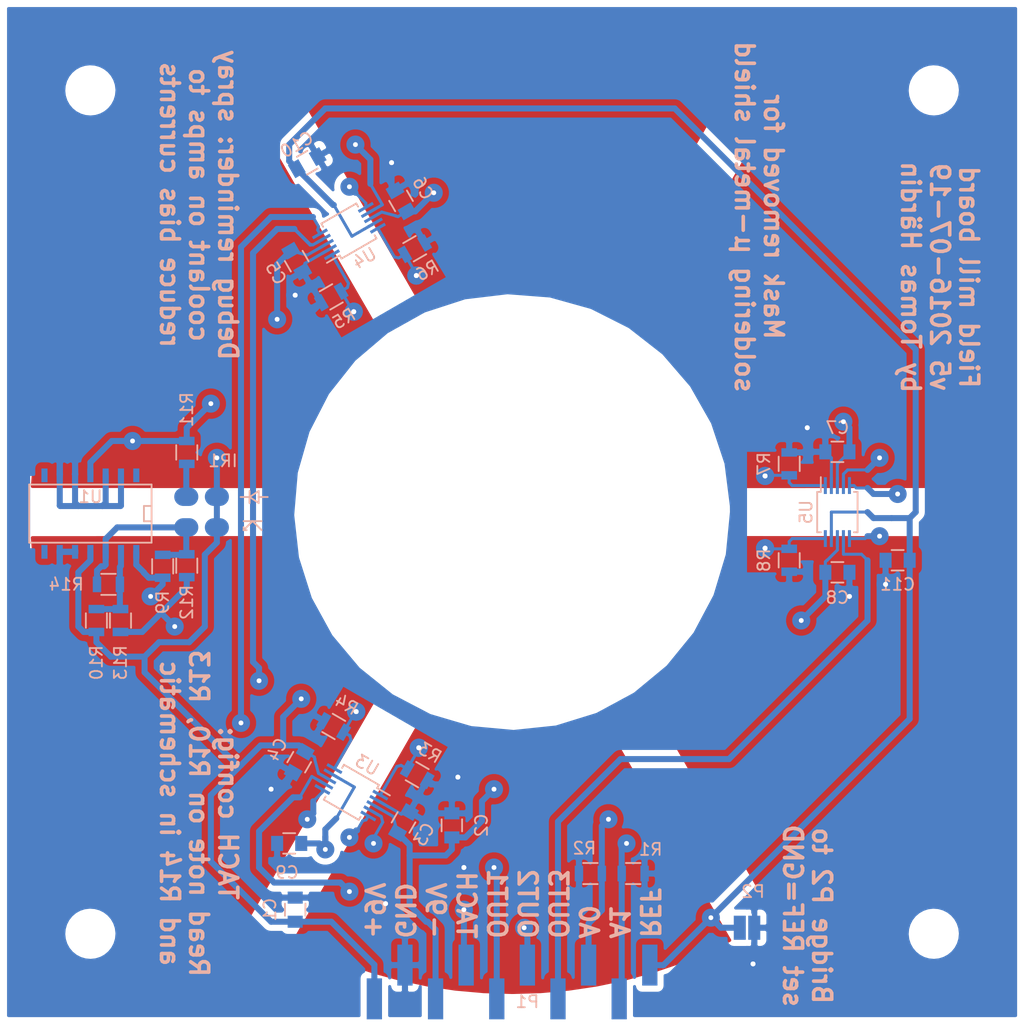
<source format=kicad_pcb>
(kicad_pcb (version 4) (host pcbnew 4.0.2-stable)
  (layers (0 F.Cu signal) (1 In1.Cu signal) (2 In2.Cu signal) (31 B.Cu signal) (34 B.Paste user) (35 F.Paste user) (36 B.SilkS user) (37 F.SilkS user) (38 B.Mask user) (39 F.Mask user) (44 Edge.Cuts user))
  (net 0 "")
  (net 1 GND)
  (net 2 +9V)
  (net 3 -9VA)
  (net 4 /channel1/OUT)
  (net 5 /channel2/OUT)
  (net 6 /channel3/OUT)
  (net 7 /channel1/A0)
  (net 8 /channel1/A1)
  (net 9 /channel1/REF)
  (net 10 /channel1/SENSORN)
  (net 11 /channel1/SENSORP)
  (net 12 /channel2/SENSORN)
  (net 13 /channel2/SENSORP)
  (net 14 /channel3/SENSORN)
  (net 15 /channel3/SENSORP)
  (net 16 "Net-(IR1-PadE)")
  (net 17 "Net-(IR1-PadK)")
  (net 18 /TACH)
  (net 19 "Net-(R10-Pad2)")
  (module SCUBE:MSOP-10_3x3mm_Pitch0.5mm_thinpads (layer B.Cu) (at 86.455771 76.674682 30)
    (fp_text reference U4 (at 0 2.6 30) (layer B.SilkS) (effects (justify mirror)))
    (fp_text value AD8253)
    (pad 1 smd rect (at -2.2 1 30) (size 1.4 0.25) (layers B.Cu B.Paste B.Mask) (net 12 /channel2/SENSORN))
    (pad 2 smd rect (at -2.2 0.5 30) (size 1.4 0.25) (layers B.Cu B.Paste B.Mask) (net 1 GND))
    (pad 3 smd rect (at -2.2 0 30) (size 1.4 0.25) (layers B.Cu B.Paste B.Mask) (net 3 -9VA))
    (pad 4 smd rect (at -2.2 -0.5 30) (size 1.4 0.25) (layers B.Cu B.Paste B.Mask) (net 7 /channel1/A0))
    (pad 5 smd rect (at -2.2 -1 30) (size 1.4 0.25) (layers B.Cu B.Paste B.Mask) (net 8 /channel1/A1))
    (pad 6 smd rect (at 2.2 -1 30) (size 1.4 0.25) (layers B.Cu B.Paste B.Mask) (net 3 -9VA))
    (pad 7 smd rect (at 2.2 -0.5 30) (size 1.4 0.25) (layers B.Cu B.Paste B.Mask) (net 5 /channel2/OUT))
    (pad 8 smd rect (at 2.2 0 30) (size 1.4 0.25) (layers B.Cu B.Paste B.Mask) (net 2 +9V))
    (pad 9 smd rect (at 2.2 0.5 30) (size 1.4 0.25) (layers B.Cu B.Paste B.Mask) (net 9 /channel1/REF))
    (pad 10 smd rect (at 2.2 1 30) (size 1.4 0.25) (layers B.Cu B.Paste B.Mask) (net 13 /channel2/SENSORP))
  )
  (module Capacitors_SMD:C_0805 (layer B.Cu) (at 82 133 270)
    (fp_text reference C1 (at 0 2.1 270) (layer B.SilkS) (effects (justify mirror)))
    (fp_text value 10u)
    (pad 1 smd rect (at -1 0 270) (size 1 1.25) (layers B.Cu B.Paste B.Mask) (net 1 GND))
    (pad 2 smd rect (at 1 0 270) (size 1 1.25) (layers B.Cu B.Paste B.Mask) (net 2 +9V))
  )
  (module Capacitors_SMD:C_0805 (layer B.Cu) (at 95 126 270)
    (fp_text reference C2 (at 0 -2.46 270) (layer B.SilkS) (effects (justify mirror)))
    (fp_text value 10u)
    (pad 1 smd rect (at -1 0 270) (size 1 1.25) (layers B.Cu B.Paste B.Mask) (net 1 GND))
    (pad 2 smd rect (at 1 0 270) (size 1 1.25) (layers B.Cu B.Paste B.Mask) (net 3 -9VA))
  )
  (module Capacitors_SMD:C_0805 (layer B.Cu) (at 90.990381 125.75833 240)
    (fp_text reference C3 (at 0 -2 240) (layer B.SilkS) (effects (justify mirror)))
    (fp_text value 100n)
    (pad 1 smd rect (at -1 0 240) (size 1 1.25) (layers B.Cu B.Paste B.Mask) (net 1 GND))
    (pad 2 smd rect (at 1 0 240) (size 1 1.25) (layers B.Cu B.Paste B.Mask) (net 3 -9VA))
  )
  (module Capacitors_SMD:C_0805 (layer B.Cu) (at 82.330127 120.75833 240)
    (fp_text reference C4 (at 0 2.1 240) (layer B.SilkS) (effects (justify mirror)))
    (fp_text value 100n)
    (pad 1 smd rect (at -1 0 240) (size 1 1.25) (layers B.Cu B.Paste B.Mask) (net 2 +9V))
    (pad 2 smd rect (at 1 0 240) (size 1 1.25) (layers B.Cu B.Paste B.Mask) (net 1 GND))
  )
  (module Capacitors_SMD:C_0805 (layer B.Cu) (at 82.125644 79.174682 120)
    (fp_text reference C5 (at 0 -2 120) (layer B.SilkS) (effects (justify mirror)))
    (fp_text value 100n)
    (pad 1 smd rect (at -1 0 120) (size 1 1.25) (layers B.Cu B.Paste B.Mask) (net 1 GND))
    (pad 2 smd rect (at 1 0 120) (size 1 1.25) (layers B.Cu B.Paste B.Mask) (net 3 -9VA))
  )
  (module Capacitors_SMD:C_0805 (layer B.Cu) (at 90.785898 74.174682 120)
    (fp_text reference C6 (at 0 2.1 120) (layer B.SilkS) (effects (justify mirror)))
    (fp_text value 100n)
    (pad 1 smd rect (at -1 0 120) (size 1 1.25) (layers B.Cu B.Paste B.Mask) (net 2 +9V))
    (pad 2 smd rect (at 1 0 120) (size 1 1.25) (layers B.Cu B.Paste B.Mask) (net 1 GND))
  )
  (module Capacitors_SMD:C_0805 (layer B.Cu) (at 127 95)
    (fp_text reference C7 (at 0 -2) (layer B.SilkS) (effects (justify mirror)))
    (fp_text value 100n)
    (pad 1 smd rect (at -1 0) (size 1 1.25) (layers B.Cu B.Paste B.Mask) (net 1 GND))
    (pad 2 smd rect (at 1 0) (size 1 1.25) (layers B.Cu B.Paste B.Mask) (net 3 -9VA))
  )
  (module Capacitors_SMD:C_0805 (layer B.Cu) (at 127 105)
    (fp_text reference C8 (at 0 2.1) (layer B.SilkS) (effects (justify mirror)))
    (fp_text value 100n)
    (pad 1 smd rect (at -1 0) (size 1 1.25) (layers B.Cu B.Paste B.Mask) (net 2 +9V))
    (pad 2 smd rect (at 1 0) (size 1 1.25) (layers B.Cu B.Paste B.Mask) (net 1 GND))
  )
  (module Resistors_SMD:R_0805 (layer B.Cu) (at 110.05 130)
    (fp_text reference R1 (at 1.45 -2) (layer B.SilkS) (effects (justify mirror)))
    (fp_text value 10k)
    (pad 1 smd rect (at -0.95 0) (size 0.7 1.3) (layers B.Cu B.Paste B.Mask) (net 8 /channel1/A1))
    (pad 2 smd rect (at 0.95 0) (size 0.7 1.3) (layers B.Cu B.Paste B.Mask) (net 1 GND))
  )
  (module Resistors_SMD:R_0805 (layer B.Cu) (at 106.5 130 180)
    (fp_text reference R2 (at 0.5 2.1 180) (layer B.SilkS) (effects (justify mirror)))
    (fp_text value 10k)
    (pad 1 smd rect (at -0.95 0 180) (size 0.7 1.3) (layers B.Cu B.Paste B.Mask) (net 7 /channel1/A0))
    (pad 2 smd rect (at 0.95 0 180) (size 0.7 1.3) (layers B.Cu B.Paste B.Mask) (net 1 GND))
  )
  (module Resistors_SMD:R_0805 (layer B.Cu) (at 92.124356 121.794229 150)
    (fp_text reference R3 (at 0 2.1 150) (layer B.SilkS) (effects (justify mirror)))
    (fp_text value 10M)
    (pad 1 smd rect (at -0.95 0 150) (size 0.7 1.3) (layers B.Cu B.Paste B.Mask) (net 1 GND))
    (pad 2 smd rect (at 0.95 0 150) (size 0.7 1.3) (layers B.Cu B.Paste B.Mask) (net 10 /channel1/SENSORN))
  )
  (module Resistors_SMD:R_0805 (layer B.Cu) (at 85.196152 117.794228 150)
    (fp_text reference R4 (at 0 2.1 150) (layer B.SilkS) (effects (justify mirror)))
    (fp_text value 10M)
    (pad 1 smd rect (at -0.95 0 150) (size 0.7 1.3) (layers B.Cu B.Paste B.Mask) (net 11 /channel1/SENSORP))
    (pad 2 smd rect (at 0.95 0 150) (size 0.7 1.3) (layers B.Cu B.Paste B.Mask) (net 1 GND))
  )
  (module Resistors_SMD:R_0805 (layer B.Cu) (at 84.99167 82.138784 30)
    (fp_text reference R5 (at 0 2.1 30) (layer B.SilkS) (effects (justify mirror)))
    (fp_text value 10M)
    (pad 1 smd rect (at -0.95 0 30) (size 0.7 1.3) (layers B.Cu B.Paste B.Mask) (net 1 GND))
    (pad 2 smd rect (at 0.95 0 30) (size 0.7 1.3) (layers B.Cu B.Paste B.Mask) (net 12 /channel2/SENSORN))
  )
  (module Resistors_SMD:R_0805 (layer B.Cu) (at 91.919873 78.138784 30)
    (fp_text reference R6 (at 0 2.1 30) (layer B.SilkS) (effects (justify mirror)))
    (fp_text value 10M)
    (pad 1 smd rect (at -0.95 0 30) (size 0.7 1.3) (layers B.Cu B.Paste B.Mask) (net 13 /channel2/SENSORP))
    (pad 2 smd rect (at 0.95 0 30) (size 0.7 1.3) (layers B.Cu B.Paste B.Mask) (net 1 GND))
  )
  (module Resistors_SMD:R_0805 (layer B.Cu) (at 123 96 270)
    (fp_text reference R7 (at 0 2.1 270) (layer B.SilkS) (effects (justify mirror)))
    (fp_text value 10M)
    (pad 1 smd rect (at -0.95 0 270) (size 0.7 1.3) (layers B.Cu B.Paste B.Mask) (net 1 GND))
    (pad 2 smd rect (at 0.95 0 270) (size 0.7 1.3) (layers B.Cu B.Paste B.Mask) (net 14 /channel3/SENSORN))
  )
  (module Resistors_SMD:R_0805 (layer B.Cu) (at 123 104 270)
    (fp_text reference R8 (at 0 2.1 270) (layer B.SilkS) (effects (justify mirror)))
    (fp_text value 10M)
    (pad 1 smd rect (at -0.95 0 270) (size 0.7 1.3) (layers B.Cu B.Paste B.Mask) (net 15 /channel3/SENSORP))
    (pad 2 smd rect (at 0.95 0 270) (size 0.7 1.3) (layers B.Cu B.Paste B.Mask) (net 1 GND))
  )
  (module Resistors_SMD:R_0805 (layer B.Cu) (at 71 104.5 270)
    (fp_text reference R9 (at 3 0 270) (layer B.SilkS) (effects (justify mirror)))
    (fp_text value 1M)
    (pad 1 smd rect (at -0.95 0 270) (size 0.7 1.3) (layers B.Cu B.Paste B.Mask) (net 16 "Net-(IR1-PadE)"))
    (pad 2 smd rect (at 0.95 0 270) (size 0.7 1.3) (layers B.Cu B.Paste B.Mask) (net 18 /TACH))
  )
  (module Resistors_SMD:R_0805 (layer B.Cu) (at 65.5 109 90)
    (fp_text reference R10 (at -3.5 0 90) (layer B.SilkS) (effects (justify mirror)))
    (fp_text value 100k)
    (pad 1 smd rect (at -0.95 0 90) (size 0.7 1.3) (layers B.Cu B.Paste B.Mask) (net 2 +9V))
    (pad 2 smd rect (at 0.95 0 90) (size 0.7 1.3) (layers B.Cu B.Paste B.Mask) (net 19 "Net-(R10-Pad2)"))
  )
  (module Resistors_SMD:R_0805 (layer B.Cu) (at 73 95.05 90)
    (fp_text reference R11 (at 3.55 0 90) (layer B.SilkS) (effects (justify mirror)))
    (fp_text value 10k)
    (pad 1 smd rect (at -0.95 0 90) (size 0.7 1.3) (layers B.Cu B.Paste B.Mask) (net 17 "Net-(IR1-PadK)"))
    (pad 2 smd rect (at 0.95 0 90) (size 0.7 1.3) (layers B.Cu B.Paste B.Mask) (net 3 -9VA))
  )
  (module Resistors_SMD:R_0805 (layer B.Cu) (at 73 104.45 270)
    (fp_text reference R12 (at 3.05 0 270) (layer B.SilkS) (effects (justify mirror)))
    (fp_text value 100k)
    (pad 1 smd rect (at -0.95 0 270) (size 0.7 1.3) (layers B.Cu B.Paste B.Mask) (net 16 "Net-(IR1-PadE)"))
    (pad 2 smd rect (at 0.95 0 270) (size 0.7 1.3) (layers B.Cu B.Paste B.Mask) (net 3 -9VA))
  )
  (module Resistors_SMD:R_0805 (layer B.Cu) (at 67.5 109 270)
    (fp_text reference R13 (at 3.5 0 270) (layer B.SilkS) (effects (justify mirror)))
    (fp_text value 100k)
    (pad 1 smd rect (at -0.95 0 270) (size 0.7 1.3) (layers B.Cu B.Paste B.Mask) (net 19 "Net-(R10-Pad2)"))
    (pad 2 smd rect (at 0.95 0 270) (size 0.7 1.3) (layers B.Cu B.Paste B.Mask) (net 3 -9VA))
  )
  (module SCUBE:SMD_pinheader_1x10 (layer B.Cu) (at 100 139)
    (fp_text reference P1 (at 1.27 1.64) (layer B.SilkS) (effects (justify mirror)))
    (fp_text value CONN_01X10)
    (pad 1 smd rect (at -11.43 1.4) (size 1.27 3.4) (layers B.Cu B.Paste B.Mask) (net 2 +9V))
    (pad 2 smd rect (at -8.89 -1.4) (size 1.27 3.4) (layers B.Cu B.Paste B.Mask) (net 1 GND))
    (pad 3 smd rect (at -6.35 1.4) (size 1.27 3.4) (layers B.Cu B.Paste B.Mask) (net 3 -9VA))
    (pad 5 smd rect (at -1.27 1.4) (size 1.27 3.4) (layers B.Cu B.Paste B.Mask) (net 4 /channel1/OUT))
    (pad 7 smd rect (at 3.81 1.4) (size 1.27 3.4) (layers B.Cu B.Paste B.Mask) (net 6 /channel3/OUT))
    (pad 9 smd rect (at 8.89 1.4) (size 1.27 3.4) (layers B.Cu B.Paste B.Mask) (net 8 /channel1/A1))
    (pad 4 smd rect (at -3.81 -1.4) (size 1.27 3.4) (layers B.Cu B.Paste B.Mask) (net 18 /TACH))
    (pad 6 smd rect (at 1.27 -1.4) (size 1.27 3.4) (layers B.Cu B.Paste B.Mask) (net 5 /channel2/OUT))
    (pad 8 smd rect (at 6.35 -1.4) (size 1.27 3.4) (layers B.Cu B.Paste B.Mask) (net 7 /channel1/A0))
    (pad 10 smd rect (at 11.43 -1.4) (size 1.27 3.4) (layers B.Cu B.Paste B.Mask) (net 9 /channel1/REF))
  )
  (module SCUBE:solder_bridge (layer B.Cu) (at 119.5 134.5 180)
    (fp_text reference P2 (at -0.5 3 360) (layer B.SilkS) (effects (justify mirror)))
    (fp_text value CONN_01X02)
    (pad 1 smd rect (at -0.6 0 180) (size 1 2) (layers B.Cu B.Paste B.Mask) (net 1 GND))
    (pad 2 smd rect (at 0.6 0 180) (size 1 2) (layers B.Cu B.Paste B.Mask) (net 9 /channel1/REF))
  )
  (module SMD_Packages:SOIC-14_N (layer B.Cu) (at 65 100 180)
    (fp_text reference U1 (at 0 1.27 180) (layer B.SilkS) (effects (justify mirror)))
    (fp_text value LM324)
    (pad 1 smd rect (at -3.81 -3.302 180) (size 0.508 1.143) (layers B.Cu B.Paste B.Mask) (net 18 /TACH))
    (pad 2 smd rect (at -2.54 -3.302 180) (size 0.508 1.143) (layers B.Cu B.Paste B.Mask) (net 19 "Net-(R10-Pad2)"))
    (pad 3 smd rect (at -1.27 -3.302 180) (size 0.508 1.143) (layers B.Cu B.Paste B.Mask) (net 16 "Net-(IR1-PadE)"))
    (pad 4 smd rect (at 0 -3.302 180) (size 0.508 1.143) (layers B.Cu B.Paste B.Mask) (net 2 +9V))
    (pad 5 smd rect (at 1.27 -3.302 180) (size 0.508 1.143) (layers B.Cu B.Paste B.Mask) (net 1 GND))
    (pad 6 smd rect (at 2.54 -3.302 180) (size 0.508 1.143) (layers B.Cu B.Paste B.Mask) (net 1 GND))
    (pad 7 smd rect (at 3.81 -3.302 180) (size 0.508 1.143) (layers B.Cu B.Paste B.Mask))
    (pad 8 smd rect (at 3.81 3.048 180) (size 0.508 1.143) (layers B.Cu B.Paste B.Mask))
    (pad 9 smd rect (at 2.54 3.048 180) (size 0.508 1.143) (layers B.Cu B.Paste B.Mask) (net 1 GND))
    (pad 11 smd rect (at 0 3.048 180) (size 0.508 1.143) (layers B.Cu B.Paste B.Mask) (net 3 -9VA))
    (pad 12 smd rect (at -1.27 3.048 180) (size 0.508 1.143) (layers B.Cu B.Paste B.Mask) (net 1 GND))
    (pad 13 smd rect (at -2.54 3.048 180) (size 0.508 1.143) (layers B.Cu B.Paste B.Mask) (net 1 GND))
    (pad 14 smd rect (at -3.81 3.048 180) (size 0.508 1.143) (layers B.Cu B.Paste B.Mask))
    (pad 10 smd rect (at 1.27 3.048 180) (size 0.508 1.143) (layers B.Cu B.Paste B.Mask) (net 1 GND))
  )
  (module SCUBE:MSOP-10_3x3mm_Pitch0.5mm_thinpads (layer B.Cu) (at 86.660254 123.25833 150)
    (fp_text reference U3 (at 0 2.6 150) (layer B.SilkS) (effects (justify mirror)))
    (fp_text value AD8253)
    (pad 1 smd rect (at -2.2 1 150) (size 1.4 0.25) (layers B.Cu B.Paste B.Mask) (net 10 /channel1/SENSORN))
    (pad 2 smd rect (at -2.2 0.5 150) (size 1.4 0.25) (layers B.Cu B.Paste B.Mask) (net 1 GND))
    (pad 3 smd rect (at -2.2 0 150) (size 1.4 0.25) (layers B.Cu B.Paste B.Mask) (net 3 -9VA))
    (pad 4 smd rect (at -2.2 -0.5 150) (size 1.4 0.25) (layers B.Cu B.Paste B.Mask) (net 7 /channel1/A0))
    (pad 5 smd rect (at -2.2 -1 150) (size 1.4 0.25) (layers B.Cu B.Paste B.Mask) (net 8 /channel1/A1))
    (pad 6 smd rect (at 2.2 -1 150) (size 1.4 0.25) (layers B.Cu B.Paste B.Mask) (net 3 -9VA))
    (pad 7 smd rect (at 2.2 -0.5 150) (size 1.4 0.25) (layers B.Cu B.Paste B.Mask) (net 4 /channel1/OUT))
    (pad 8 smd rect (at 2.2 0 150) (size 1.4 0.25) (layers B.Cu B.Paste B.Mask) (net 2 +9V))
    (pad 9 smd rect (at 2.2 0.5 150) (size 1.4 0.25) (layers B.Cu B.Paste B.Mask) (net 9 /channel1/REF))
    (pad 10 smd rect (at 2.2 1 150) (size 1.4 0.25) (layers B.Cu B.Paste B.Mask) (net 11 /channel1/SENSORP))
  )
  (module SCUBE:MSOP-10_3x3mm_Pitch0.5mm_thinpads (layer B.Cu) (at 127 100 270)
    (fp_text reference U5 (at 0 2.6 270) (layer B.SilkS) (effects (justify mirror)))
    (fp_text value AD8253)
    (pad 1 smd rect (at -2.2 1 270) (size 1.4 0.25) (layers B.Cu B.Paste B.Mask) (net 14 /channel3/SENSORN))
    (pad 2 smd rect (at -2.2 0.5 270) (size 1.4 0.25) (layers B.Cu B.Paste B.Mask) (net 1 GND))
    (pad 3 smd rect (at -2.2 0 270) (size 1.4 0.25) (layers B.Cu B.Paste B.Mask) (net 3 -9VA))
    (pad 4 smd rect (at -2.2 -0.5 270) (size 1.4 0.25) (layers B.Cu B.Paste B.Mask) (net 7 /channel1/A0))
    (pad 5 smd rect (at -2.2 -1 270) (size 1.4 0.25) (layers B.Cu B.Paste B.Mask) (net 8 /channel1/A1))
    (pad 6 smd rect (at 2.2 -1 270) (size 1.4 0.25) (layers B.Cu B.Paste B.Mask) (net 3 -9VA))
    (pad 7 smd rect (at 2.2 -0.5 270) (size 1.4 0.25) (layers B.Cu B.Paste B.Mask) (net 6 /channel3/OUT))
    (pad 8 smd rect (at 2.2 0 270) (size 1.4 0.25) (layers B.Cu B.Paste B.Mask) (net 2 +9V))
    (pad 9 smd rect (at 2.2 0.5 270) (size 1.4 0.25) (layers B.Cu B.Paste B.Mask) (net 9 /channel1/REF))
    (pad 10 smd rect (at 2.2 1 270) (size 1.4 0.25) (layers B.Cu B.Paste B.Mask) (net 15 /channel3/SENSORP))
  )
  (module Capacitors_SMD:C_0805 (layer B.Cu) (at 81.5 127.5 180)
    (fp_text reference C9 (at 0.183012 -2.415063 180) (layer B.SilkS) (effects (justify mirror)))
    (fp_text value 100n)
    (pad 1 smd rect (at -1 0 180) (size 1 1.25) (layers B.Cu B.Paste B.Mask) (net 9 /channel1/REF))
    (pad 2 smd rect (at 1 0 180) (size 1 1.25) (layers B.Cu B.Paste B.Mask) (net 1 GND))
  )
  (module Capacitors_SMD:C_0805 (layer B.Cu) (at 83 71 30)
    (fp_text reference C10 (at 0 -1.732051 30) (layer B.SilkS) (effects (justify mirror)))
    (fp_text value 100n)
    (pad 1 smd rect (at -1 0 30) (size 1 1.25) (layers B.Cu B.Paste B.Mask) (net 9 /channel1/REF))
    (pad 2 smd rect (at 1 0 30) (size 1 1.25) (layers B.Cu B.Paste B.Mask) (net 1 GND))
  )
  (module Capacitors_SMD:C_0805 (layer B.Cu) (at 132 104 180)
    (fp_text reference C11 (at 0 -2 180) (layer B.SilkS) (effects (justify mirror)))
    (fp_text value 100n)
    (pad 1 smd rect (at -1 0 180) (size 1 1.25) (layers B.Cu B.Paste B.Mask) (net 9 /channel1/REF))
    (pad 2 smd rect (at 1 0 180) (size 1 1.25) (layers B.Cu B.Paste B.Mask) (net 1 GND))
  )
  (module SCUBE:ITR20001-smd (layer B.Cu) (at 76 100 180)
    (fp_text reference IR1 (at 0 4.25 180) (layer B.SilkS) (effects (justify mirror)))
    (fp_text value ITR20001)
    (pad A smd oval (at 0.5 1.27 180) (size 2 1.524) (layers B.Cu B.Paste B.Mask) (net 2 +9V))
    (pad C smd oval (at 0.5 -1.27 180) (size 2 1.524) (layers B.Cu B.Paste B.Mask) (net 2 +9V))
    (pad E smd oval (at 3.04 -1.27 180) (size 2 1.524) (layers B.Cu B.Paste B.Mask) (net 16 "Net-(IR1-PadE)"))
    (pad K smd oval (at 3.04 1.27 180) (size 2 1.524) (layers B.Cu B.Paste B.Mask) (net 17 "Net-(IR1-PadK)"))
  )
  (module Resistors_SMD:R_0805 (layer B.Cu) (at 66.5 106)
    (fp_text reference R14 (at -3.5 0) (layer B.SilkS) (effects (justify mirror)))
    (fp_text value 1M)
    (pad 1 smd rect (at -0.95 0) (size 0.7 1.3) (layers B.Cu B.Paste B.Mask) (net 16 "Net-(IR1-PadE)"))
    (pad 2 smd rect (at 0.95 0) (size 0.7 1.3) (layers B.Cu B.Paste B.Mask) (net 19 "Net-(R10-Pad2)"))
  )
  (gr_text "Debug reminder: spray\ncoolant on amps to\nreduce bias currents" (at 74 74.5 270) (layer B.SilkS) (effects (font (size 1.5 1.5) (thickness 0.3)) (justify mirror)))
  (gr_text "TACH config:\nRead note on R10, R13\nand R14 in schematic" (at 74 125 270) (layer B.SilkS) (effects (font (size 1.5 1.5) (thickness 0.3)) (justify mirror)))
  (gr_text "Mask removed for\nsoldering µ-metal shield" (at 120.5 75.5 270) (layer B.SilkS) (effects (font (size 1.5 1.5) (thickness 0.3)) (justify mirror)))
  (gr_text "Bridge P2 to\nset REF=GND" (at 124.5 133.5 270) (layer B.SilkS) (effects (font (size 1.5 1.5) (thickness 0.3)) (justify mirror)))
  (gr_text +9V (at 88.57 135.56 270) (layer B.SilkS) (effects (font (size 1.5 1.5) (thickness 0.3)) (justify left mirror)))
  (gr_text GND (at 91.11 135.56 270) (layer B.SilkS) (effects (font (size 1.5 1.5) (thickness 0.3)) (justify left mirror)))
  (gr_text -9V (at 93.65 135.56 270) (layer B.SilkS) (effects (font (size 1.5 1.5) (thickness 0.3)) (justify left mirror)))
  (gr_text TACH (at 96.19 135.56 270) (layer B.SilkS) (effects (font (size 1.5 1.5) (thickness 0.3)) (justify left mirror)))
  (gr_text OUT1 (at 98.73 135.56 270) (layer B.SilkS) (effects (font (size 1.5 1.5) (thickness 0.3)) (justify left mirror)))
  (gr_text OUT2 (at 101.27 135.56 270) (layer B.SilkS) (effects (font (size 1.5 1.5) (thickness 0.3)) (justify left mirror)))
  (gr_text OUT3 (at 103.81 135.56 270) (layer B.SilkS) (effects (font (size 1.5 1.5) (thickness 0.3)) (justify left mirror)))
  (gr_text A0 (at 106.35 135.56 270) (layer B.SilkS) (effects (font (size 1.5 1.5) (thickness 0.3)) (justify left mirror)))
  (gr_text A1 (at 108.89 135.56 270) (layer B.SilkS) (effects (font (size 1.5 1.5) (thickness 0.3)) (justify left mirror)))
  (gr_text REF (at 111.43 135.5 270) (layer B.SilkS) (effects (font (size 1.5 1.5) (thickness 0.3)) (justify left mirror)))
  (gr_text "Field mill board\nv5 2016-07-19\nby Tomas Härdin" (at 135.5 80.5 270) (layer B.SilkS) (effects (font (size 1.5 1.5) (thickness 0.3)) (justify mirror)))
  (gr_circle (center 65 65) (end 66.5 65) (layer Edge.Cuts) (width 0.001))
  (gr_circle (center 65 135) (end 66.5 135) (layer Edge.Cuts) (width 0.001))
  (gr_circle (center 135 135) (end 136.5 135) (layer Edge.Cuts) (width 0.001))
  (gr_circle (center 135 65) (end 136.5 65) (layer Edge.Cuts) (width 0.001))
  (gr_circle (center 100 100) (end 117.5 100) (layer Edge.Cuts) (width 0.001))
  (gr_line (start 57.5 142.5) (end 57.5 57.5) (layer Edge.Cuts) (width 0.001))
  (gr_line (start 142.5 142.5) (end 57.5 142.5) (layer Edge.Cuts) (width 0.001))
  (gr_line (start 142.5 57.5) (end 142.5 142.5) (layer Edge.Cuts) (width 0.001))
  (gr_line (start 57.5 57.5) (end 142.5 57.5) (layer Edge.Cuts) (width 0.001))
  (via blind (at 120 137.5) (size 1.5) (drill 0.4) (layers In1.Cu B.Cu) (net 1))
  (segment (start 120.1 134.5) (end 120.1 137.4) (width 0.5) (layer B.Cu) (net 1))
  (segment (start 120.1 137.4) (end 120 137.5) (width 0.5) (layer B.Cu) (net 1))
  (via blind (at 120 137.5) (size 1.5) (drill 0.4) (layers In2.Cu B.Cu) (net 1))
  (via blind (at 131 106.000002) (size 1.5) (drill 0.4) (layers In2.Cu B.Cu) (net 1))
  (via blind (at 131 106) (size 1.5) (drill 0.4) (layers In1.Cu B.Cu) (net 1))
  (via blind (at 82 82) (size 1.5) (drill 0.4) (layers In1.Cu B.Cu) (net 1))
  (via blind (at 90 71) (size 1.5) (drill 0.4) (layers In1.Cu B.Cu) (net 1))
  (via blind (at 124.5 93) (size 1.5) (drill 0.4) (layers In1.Cu B.Cu) (net 1))
  (via blind (at 128 107) (size 1.5) (drill 0.4) (layers In1.Cu B.Cu) (net 1))
  (via blind (at 96 129.5) (size 1.5) (drill 0.4) (layers In1.Cu B.Cu) (net 1))
  (via blind (at 89.5 132.5) (size 1.5) (drill 0.4) (layers In1.Cu B.Cu) (net 1))
  (via blind (at 80 123) (size 1.5) (drill 0.4) (layers In1.Cu B.Cu) (net 1))
  (via blind (at 95.5 122) (size 1.5) (drill 0.4) (layers In1.Cu B.Cu) (net 1))
  (via blind (at 96 129.5) (size 1.5) (drill 0.4) (layers In2.Cu B.Cu) (net 1))
  (segment (start 91.11 137.6) (end 91.11 134.11) (width 0.5) (layer B.Cu) (net 1))
  (segment (start 91.11 134.11) (end 89.5 132.5) (width 0.5) (layer B.Cu) (net 1))
  (via blind (at 89.5 132.5) (size 1.5) (drill 0.4) (layers In2.Cu B.Cu) (net 1))
  (segment (start 80.5 123) (end 80 123) (width 0.5) (layer B.Cu) (net 1))
  (via blind (at 80 123) (size 1.5) (drill 0.4) (layers In2.Cu B.Cu) (net 1))
  (segment (start 81.393392 122.106608) (end 80.5 123) (width 0.5) (layer B.Cu) (net 1))
  (segment (start 81.830127 121.624355) (end 81.393392 122.06109) (width 0.5) (layer B.Cu) (net 1))
  (segment (start 81.393392 122.06109) (end 81.393392 122.106608) (width 0.5) (layer B.Cu) (net 1))
  (via blind (at 95.5 122) (size 1.5) (drill 0.4) (layers In2.Cu B.Cu) (net 1))
  (segment (start 94.903844 122.596156) (end 95.5 122) (width 0.5) (layer B.Cu) (net 1))
  (segment (start 92.94708 122.269229) (end 93.274007 122.596156) (width 0.5) (layer B.Cu) (net 1))
  (segment (start 93.274007 122.596156) (end 94.903844 122.596156) (width 0.5) (layer B.Cu) (net 1))
  (via blind (at 82 82) (size 1.5) (drill 0.4) (layers In2.Cu B.Cu) (net 1))
  (segment (start 82.78273 84) (end 82.78273 82.78273) (width 0.5) (layer B.Cu) (net 1))
  (segment (start 82.78273 82.78273) (end 82 82) (width 0.5) (layer B.Cu) (net 1))
  (segment (start 84.168946 82.613784) (end 82.78273 84) (width 0.5) (layer B.Cu) (net 1))
  (segment (start 90.285898 73.308657) (end 90 73.022759) (width 0.5) (layer B.Cu) (net 1))
  (segment (start 90 73.022759) (end 90 71) (width 0.5) (layer B.Cu) (net 1))
  (via blind (at 90 71) (size 1.5) (drill 0.4) (layers In2.Cu B.Cu) (net 1))
  (segment (start 126 95) (end 126 93.5) (width 0.5) (layer B.Cu) (net 1))
  (segment (start 126 93.5) (end 125.5 93) (width 0.5) (layer B.Cu) (net 1))
  (segment (start 125.5 93) (end 124.5 93) (width 0.5) (layer B.Cu) (net 1))
  (via blind (at 124.5 93) (size 1.5) (drill 0.4) (layers In2.Cu B.Cu) (net 1))
  (segment (start 63.73 96.952) (end 63.73 94.23) (width 0.5) (layer B.Cu) (net 1))
  (segment (start 62.5 95.8405) (end 62.5 95) (width 0.5) (layer B.Cu) (net 1))
  (segment (start 62.46 96.952) (end 62.46 95.8805) (width 0.5) (layer B.Cu) (net 1))
  (segment (start 62.46 95.8805) (end 62.5 95.8405) (width 0.5) (layer B.Cu) (net 1))
  (segment (start 63.73 103.302) (end 62.46 103.302) (width 0.5) (layer B.Cu) (net 1))
  (segment (start 62.46 103.302) (end 62.46 105.96) (width 0.5) (layer B.Cu) (net 1))
  (segment (start 128 105) (end 128 107) (width 0.5) (layer B.Cu) (net 1))
  (via blind (at 128 107) (size 1.5) (drill 0.4) (layers In2.Cu B.Cu) (net 1))
  (segment (start 64 99.5) (end 62.5 99.5) (width 0.5) (layer B.Cu) (net 1))
  (segment (start 62.5 99.5) (end 62.46 99.46) (width 0.5) (layer B.Cu) (net 1))
  (segment (start 62.46 99.46) (end 62.46 96.952) (width 0.5) (layer B.Cu) (net 1))
  (segment (start 66 99.5) (end 64 99.5) (width 0.5) (layer B.Cu) (net 1))
  (segment (start 63.73 96.952) (end 63.73 99.23) (width 0.5) (layer B.Cu) (net 1))
  (segment (start 63.73 99.23) (end 64 99.5) (width 0.5) (layer B.Cu) (net 1))
  (segment (start 67.54 96.952) (end 67.54 99.46) (width 0.5) (layer B.Cu) (net 1))
  (segment (start 67.54 99.46) (end 67.5 99.5) (width 0.5) (layer B.Cu) (net 1))
  (segment (start 67.5 99.5) (end 66 99.5) (width 0.5) (layer B.Cu) (net 1))
  (segment (start 66.27 96.952) (end 66.27 99.23) (width 0.5) (layer B.Cu) (net 1))
  (segment (start 66.27 99.23) (end 66 99.5) (width 0.5) (layer B.Cu) (net 1))
  (segment (start 67.54 96.952) (end 67.54 97.2695) (width 0.5) (layer B.Cu) (net 1))
  (segment (start 88.81551 123.925318) (end 90.807367 125.075317) (width 0.25) (layer B.Cu) (net 1))
  (segment (start 90.807367 125.075317) (end 91.490381 124.892305) (width 0.25) (layer B.Cu) (net 1))
  (segment (start 84.800515 78.207695) (end 82.808657 79.357695) (width 0.25) (layer B.Cu) (net 1))
  (segment (start 82.808657 79.357695) (end 82.625644 80.040708) (width 0.25) (layer B.Cu) (net 1))
  (segment (start 126.5 97.8) (end 126.5 95.5) (width 0.25) (layer B.Cu) (net 1))
  (segment (start 126.5 95.5) (end 126 95) (width 0.25) (layer B.Cu) (net 1))
  (segment (start 88.57 140.4) (end 88.57 137.57) (width 0.5) (layer B.Cu) (net 2))
  (segment (start 88.57 137.57) (end 85 134) (width 0.5) (layer B.Cu) (net 2))
  (segment (start 85 134) (end 82 134) (width 0.5) (layer B.Cu) (net 2))
  (segment (start 65.5 109.95) (end 65.5 110.8) (width 0.5) (layer B.Cu) (net 2))
  (segment (start 66.7 112) (end 69.5 112) (width 0.5) (layer B.Cu) (net 2))
  (segment (start 65.5 110.8) (end 66.7 112) (width 0.5) (layer B.Cu) (net 2))
  (segment (start 65 103.302) (end 65 104) (width 0.5) (layer B.Cu) (net 2))
  (segment (start 65 104) (end 64 105) (width 0.5) (layer B.Cu) (net 2))
  (segment (start 64 105) (end 64 109.5) (width 0.5) (layer B.Cu) (net 2))
  (segment (start 64 109.5) (end 64.45 109.95) (width 0.5) (layer B.Cu) (net 2))
  (segment (start 64.45 109.95) (end 65.5 109.95) (width 0.5) (layer B.Cu) (net 2))
  (segment (start 75.5 101.27) (end 75.5 102.532) (width 0.5) (layer B.Cu) (net 2))
  (segment (start 75.5 102.532) (end 74.5 103.532) (width 0.5) (layer B.Cu) (net 2))
  (segment (start 77.2 121) (end 77.5 121) (width 0.5) (layer B.Cu) (net 2))
  (segment (start 74.5 103.532) (end 74.5 109.5) (width 0.5) (layer B.Cu) (net 2))
  (segment (start 74.5 109.5) (end 73.2 110.8) (width 0.5) (layer B.Cu) (net 2))
  (segment (start 73.2 110.8) (end 70.7 110.8) (width 0.5) (layer B.Cu) (net 2))
  (segment (start 70.7 110.8) (end 69.5 112) (width 0.5) (layer B.Cu) (net 2))
  (segment (start 69.5 113.3) (end 77.2 121) (width 0.5) (layer B.Cu) (net 2))
  (segment (start 69.5 112) (end 69.5 113.3) (width 0.5) (layer B.Cu) (net 2))
  (segment (start 82 134) (end 80 134) (width 0.5) (layer B.Cu) (net 2))
  (segment (start 80 134) (end 75 129) (width 0.5) (layer B.Cu) (net 2))
  (segment (start 75 129) (end 75 123.5) (width 0.5) (layer B.Cu) (net 2))
  (segment (start 75 123.5) (end 77.5 121) (width 0.5) (layer B.Cu) (net 2))
  (segment (start 81 119.364064) (end 79.135936 119.364064) (width 0.5) (layer B.Cu) (net 2))
  (segment (start 82.301886 119.364064) (end 81 119.364064) (width 0.5) (layer B.Cu) (net 2))
  (segment (start 81 119.364064) (end 81 117) (width 0.5) (layer B.Cu) (net 2))
  (segment (start 81 117) (end 82.5 115.5) (width 0.5) (layer B.Cu) (net 2))
  (via blind (at 82.5 115.5) (size 1.5) (drill 0.4) (layers In2.Cu B.Cu) (net 2))
  (segment (start 126 105) (end 126 107) (width 0.5) (layer B.Cu) (net 2))
  (segment (start 126 107) (end 124 109) (width 0.5) (layer B.Cu) (net 2))
  (via blind (at 124 109) (size 1.5) (drill 0.4) (layers In2.Cu B.Cu) (net 2))
  (segment (start 75.5 95.5) (end 75.5 98.73) (width 0.5) (layer B.Cu) (net 2))
  (via blind (at 75.5 95.5) (size 1.5) (drill 0.4) (layers In2.Cu B.Cu) (net 2))
  (segment (start 91.285898 75.040707) (end 91.959293 75.040707) (width 0.5) (layer B.Cu) (net 2))
  (segment (start 91.959293 75.040707) (end 93.5 73.5) (width 0.5) (layer B.Cu) (net 2))
  (via blind (at 93.5 73.5) (size 1.5) (drill 0.4) (layers In2.Cu B.Cu) (net 2))
  (segment (start 77.5 121) (end 79.135936 119.364064) (width 0.5) (layer B.Cu) (net 2))
  (segment (start 82.830127 119.892305) (end 82.301886 119.364064) (width 0.5) (layer B.Cu) (net 2))
  (segment (start 75.5 98.73) (end 75.5 101.27) (width 0.5) (layer B.Cu) (net 2))
  (segment (start 126.15 104) (end 126.125 104.000001) (width 0.25) (layer B.Cu) (net 2))
  (segment (start 126.125 104.000001) (end 126 104.125) (width 0.25) (layer B.Cu) (net 2))
  (segment (start 126 104.125) (end 126 105) (width 0.25) (layer B.Cu) (net 2))
  (segment (start 127 102.2) (end 127 103.15) (width 0.25) (layer B.Cu) (net 2))
  (segment (start 127 103.15) (end 126.15 104) (width 0.25) (layer B.Cu) (net 2))
  (segment (start 90.344873 75.410804) (end 90.357373 75.432455) (width 0.25) (layer B.Cu) (net 2))
  (segment (start 90.357373 75.432455) (end 90.528126 75.478208) (width 0.25) (layer B.Cu) (net 2))
  (segment (start 90.528126 75.478208) (end 91.285898 75.040708) (width 0.25) (layer B.Cu) (net 2))
  (segment (start 88.361027 75.574682) (end 89.183751 75.099682) (width 0.25) (layer B.Cu) (net 2))
  (segment (start 89.183751 75.099682) (end 90.344873 75.410804) (width 0.25) (layer B.Cu) (net 2))
  (segment (start 83.621152 120.522208) (end 83.633652 120.500558) (width 0.25) (layer B.Cu) (net 2))
  (segment (start 83.633652 120.500558) (end 83.587899 120.329805) (width 0.25) (layer B.Cu) (net 2))
  (segment (start 83.587899 120.329805) (end 82.830127 119.892305) (width 0.25) (layer B.Cu) (net 2))
  (segment (start 84.754998 122.15833) (end 83.932274 121.68333) (width 0.25) (layer B.Cu) (net 2))
  (segment (start 83.932274 121.68333) (end 83.621152 120.522208) (width 0.25) (layer B.Cu) (net 2))
  (segment (start 130 102) (end 130.5 102) (width 0.5) (layer B.Cu) (net 3))
  (via blind (at 130.5 102) (size 1.5) (drill 0.4) (layers In2.Cu B.Cu) (net 3))
  (segment (start 129.5 102) (end 130 102) (width 0.5) (layer B.Cu) (net 3))
  (segment (start 87 73.5) (end 86.5 73) (width 0.5) (layer B.Cu) (net 3))
  (via blind (at 86.5 73) (size 1.5) (drill 0.4) (layers In2.Cu B.Cu) (net 3))
  (segment (start 87.861027 74.361027) (end 87 73.5) (width 0.25) (layer B.Cu) (net 3))
  (segment (start 87.861027 74.708657) (end 87.861027 74.361027) (width 0.25) (layer B.Cu) (net 3))
  (segment (start 83.5 124) (end 83.5 125) (width 0.5) (layer B.Cu) (net 3))
  (segment (start 83.5 125) (end 83 125.5) (width 0.5) (layer B.Cu) (net 3))
  (segment (start 84.254998 123.024355) (end 84.254998 123.245002) (width 0.25) (layer B.Cu) (net 3))
  (segment (start 84.254998 123.245002) (end 83.5 124) (width 0.25) (layer B.Cu) (net 3))
  (via blind (at 83 125.5) (size 1.5) (drill 0.4) (layers In2.Cu B.Cu) (net 3))
  (segment (start 67.5 109.95) (end 69.3 109.95) (width 0.5) (layer B.Cu) (net 3))
  (segment (start 69.3 109.95) (end 70.8 108.45) (width 0.5) (layer B.Cu) (net 3))
  (segment (start 128 102.2) (end 129.3 102.2) (width 0.25) (layer B.Cu) (net 3))
  (segment (start 129.3 102.2) (end 129.5 102) (width 0.25) (layer B.Cu) (net 3))
  (segment (start 95 127) (end 96.125 127) (width 0.5) (layer B.Cu) (net 3))
  (segment (start 96.125 127) (end 97.5 125.625) (width 0.5) (layer B.Cu) (net 3))
  (segment (start 97.5 125.625) (end 97.5 123.999996) (width 0.5) (layer B.Cu) (net 3))
  (segment (start 97.5 123.999996) (end 98.5 122.999996) (width 0.5) (layer B.Cu) (net 3))
  (segment (start 95 128) (end 94.5 128.5) (width 0.5) (layer B.Cu) (net 3))
  (segment (start 94.5 128.5) (end 91.5 128.5) (width 0.5) (layer B.Cu) (net 3))
  (segment (start 95 127) (end 95 128) (width 0.5) (layer B.Cu) (net 3))
  (via blind (at 98.5 122.999996) (size 1.5) (drill 0.4) (layers In2.Cu B.Cu) (net 3))
  (segment (start 91.5 128.5) (end 91.5 127.633974) (width 0.5) (layer B.Cu) (net 3))
  (segment (start 91.5 132.625) (end 91.5 128.5) (width 0.5) (layer B.Cu) (net 3))
  (segment (start 128 95) (end 128 93) (width 0.5) (layer B.Cu) (net 3))
  (segment (start 128 93) (end 127.5 92.5) (width 0.5) (layer B.Cu) (net 3))
  (via blind (at 127.5 92.5) (size 1.5) (drill 0.4) (layers In2.Cu B.Cu) (net 3))
  (segment (start 80.5 84) (end 80.5 79.434301) (width 0.5) (layer B.Cu) (net 3))
  (segment (start 80.5 79.434301) (end 81.625644 78.308657) (width 0.5) (layer B.Cu) (net 3))
  (via blind (at 80.5 84) (size 1.5) (drill 0.4) (layers In2.Cu B.Cu) (net 3))
  (segment (start 73 94.1) (end 73 93) (width 0.5) (layer B.Cu) (net 3))
  (segment (start 73 93) (end 75 91) (width 0.5) (layer B.Cu) (net 3))
  (via blind (at 75 91) (size 1.5) (drill 0.4) (layers In2.Cu B.Cu) (net 3))
  (segment (start 73 94.1) (end 68.5 94.1) (width 0.5) (layer B.Cu) (net 3))
  (segment (start 68.5 94.1) (end 66.7805 94.1) (width 0.5) (layer B.Cu) (net 3))
  (via blind (at 68.5 94.1) (size 1.5) (drill 0.4) (layers In2.Cu B.Cu) (net 3))
  (segment (start 70.8 108.45) (end 70.95 108.45) (width 0.5) (layer B.Cu) (net 3))
  (segment (start 70.95 108.45) (end 72 109.5) (width 0.5) (layer B.Cu) (net 3))
  (via blind (at 72 109.5) (size 1.5) (drill 0.4) (layers In2.Cu B.Cu) (net 3))
  (segment (start 91.5 127.633974) (end 90.490381 126.624355) (width 0.5) (layer B.Cu) (net 3))
  (segment (start 93 134) (end 92.875 134) (width 0.5) (layer B.Cu) (net 3))
  (segment (start 92.875 134) (end 91.5 132.625) (width 0.5) (layer B.Cu) (net 3))
  (segment (start 93.65 140.4) (end 93.65 134.65) (width 0.5) (layer B.Cu) (net 3))
  (segment (start 93.65 134.65) (end 93 134) (width 0.5) (layer B.Cu) (net 3))
  (segment (start 70.8 108.45) (end 73 106.25) (width 0.5) (layer B.Cu) (net 3))
  (segment (start 73 106.25) (end 73 105.4) (width 0.5) (layer B.Cu) (net 3))
  (segment (start 66.7805 94.1) (end 65 95.8805) (width 0.5) (layer B.Cu) (net 3))
  (segment (start 65 95.8805) (end 65 96.952) (width 0.5) (layer B.Cu) (net 3))
  (segment (start 82.991669 78.674682) (end 81.625644 78.308657) (width 0.25) (layer B.Cu) (net 3))
  (segment (start 84.550515 77.774682) (end 82.991669 78.674682) (width 0.25) (layer B.Cu) (net 3))
  (segment (start 127 96) (end 128 95) (width 0.25) (layer B.Cu) (net 3))
  (segment (start 127 97.8) (end 127 96) (width 0.25) (layer B.Cu) (net 3))
  (segment (start 90.124356 125.25833) (end 90.490381 126.624356) (width 0.25) (layer B.Cu) (net 3))
  (segment (start 88.56551 124.35833) (end 90.124356 125.25833) (width 0.25) (layer B.Cu) (net 3))
  (segment (start 82.379165 123.673394) (end 81.826606 123.673394) (width 0.5) (layer B.Cu) (net 4))
  (segment (start 81.826606 123.673394) (end 79 126.5) (width 0.5) (layer B.Cu) (net 4))
  (segment (start 79 126.5) (end 79 129.5) (width 0.5) (layer B.Cu) (net 4))
  (segment (start 79 129.5) (end 80.250001 130.750001) (width 0.5) (layer B.Cu) (net 4))
  (segment (start 80.250001 130.750001) (end 85.750001 130.750001) (width 0.5) (layer B.Cu) (net 4))
  (segment (start 85.750001 130.750001) (end 86.5 131.5) (width 0.5) (layer B.Cu) (net 4))
  (via blind (at 86.5 131.5) (size 1.5) (drill 0.4) (layers In2.Cu B.Cu) (net 4))
  (segment (start 98.73 140.4) (end 98.73 129.73) (width 0.5) (layer B.Cu) (net 4))
  (segment (start 98.73 129.73) (end 98.5 129.5) (width 0.5) (layer B.Cu) (net 4))
  (via blind (at 98.5 129.5) (size 1.5) (drill 0.4) (layers In2.Cu B.Cu) (net 4))
  (segment (start 83.379165 121.941343) (end 82.379165 123.673394) (width 0.25) (layer B.Cu) (net 4))
  (segment (start 84.504998 122.591343) (end 83.379165 121.941343) (width 0.25) (layer B.Cu) (net 4))
  (segment (start 101.27 137.6) (end 101.27 134.77) (width 0.5) (layer B.Cu) (net 5))
  (segment (start 101.27 134.77) (end 101 134.5) (width 0.5) (layer B.Cu) (net 5))
  (via blind (at 101 134.5) (size 1.5) (drill 0.4) (layers In2.Cu B.Cu) (net 5))
  (segment (start 88.23686 70.73686) (end 87.749999 70.249999) (width 0.5) (layer B.Cu) (net 5))
  (segment (start 88.23686 72.759619) (end 88.23686 70.73686) (width 0.5) (layer B.Cu) (net 5))
  (segment (start 87.749999 70.249999) (end 87 69.5) (width 0.5) (layer B.Cu) (net 5))
  (via blind (at 87 69.5) (size 1.5) (drill 0.4) (layers In2.Cu B.Cu) (net 5))
  (segment (start 88.48686 73.192632) (end 88.23686 72.759619) (width 0.25) (layer B.Cu) (net 5))
  (segment (start 89.23686 74.49167) (end 88.48686 73.192632) (width 0.25) (layer B.Cu) (net 5))
  (segment (start 88.111027 75.14167) (end 89.23686 74.49167) (width 0.25) (layer B.Cu) (net 5))
  (segment (start 127.5 102.2) (end 127.5 103.5) (width 0.25) (layer B.Cu) (net 6))
  (segment (start 127.5 103.5) (end 129 103.5) (width 0.25) (layer B.Cu) (net 6))
  (segment (start 129 103.5) (end 129.5 104) (width 0.25) (layer B.Cu) (net 6))
  (segment (start 129.5 104) (end 129.5 109) (width 0.5) (layer B.Cu) (net 6))
  (segment (start 129.5 109) (end 118 120.5) (width 0.5) (layer B.Cu) (net 6))
  (segment (start 118 120.5) (end 109 120.5) (width 0.5) (layer B.Cu) (net 6))
  (segment (start 109 120.5) (end 103.81 125.69) (width 0.5) (layer B.Cu) (net 6))
  (segment (start 103.81 125.69) (end 103.81 140.4) (width 0.5) (layer B.Cu) (net 6))
  (segment (start 83.31667 77.81667) (end 83.250971 77.81667) (width 0.3) (layer B.Cu) (net 7))
  (segment (start 83.250971 77.81667) (end 81.934301 76.5) (width 0.3) (layer B.Cu) (net 7))
  (segment (start 84.300515 77.34167) (end 83.477791 77.81667) (width 0.25) (layer B.Cu) (net 7))
  (segment (start 83.477791 77.81667) (end 83.31667 77.81667) (width 0.25) (layer B.Cu) (net 7))
  (segment (start 81.934301 76.5) (end 80.5 76.5) (width 0.5) (layer B.Cu) (net 7))
  (segment (start 78.5 78.5) (end 78.5 112.43934) (width 0.5) (layer B.Cu) (net 7))
  (segment (start 80.5 76.5) (end 78.5 78.5) (width 0.5) (layer B.Cu) (net 7))
  (segment (start 78.5 112.43934) (end 79 112.93934) (width 0.5) (layer B.Cu) (net 7))
  (segment (start 79 112.93934) (end 79 114) (width 0.5) (layer B.Cu) (net 7))
  (via blind (at 79 114) (size 1.5) (drill 0.4) (layers In2.Cu B.Cu) (net 7))
  (segment (start 88.441343 127.441343) (end 88.5 127.5) (width 0.5) (layer B.Cu) (net 7))
  (segment (start 88.441343 127.173394) (end 88.441343 127.441343) (width 0.5) (layer B.Cu) (net 7))
  (via blind (at 88.5 127.5) (size 1.5) (drill 0.4) (layers In2.Cu B.Cu) (net 7))
  (segment (start 107.45 130) (end 107.45 126.05) (width 0.5) (layer B.Cu) (net 7))
  (segment (start 107.45 126.05) (end 108 125.5) (width 0.5) (layer B.Cu) (net 7))
  (via blind (at 108 125.5) (size 1.5) (drill 0.4) (layers In2.Cu B.Cu) (net 7))
  (segment (start 129.5 96.5) (end 130.5 95.5) (width 0.5) (layer B.Cu) (net 7))
  (via blind (at 130.5 95.5) (size 1.5) (drill 0.4) (layers In2.Cu B.Cu) (net 7))
  (segment (start 107.45 133.05) (end 106.35 134.15) (width 0.5) (layer B.Cu) (net 7))
  (segment (start 106.35 134.15) (end 106.35 137.6) (width 0.5) (layer B.Cu) (net 7))
  (segment (start 107.45 130) (end 107.45 133.05) (width 0.5) (layer B.Cu) (net 7))
  (segment (start 127.85 96.5) (end 129.5 96.5) (width 0.25) (layer B.Cu) (net 7))
  (segment (start 127.5 97.8) (end 127.5 96.85) (width 0.25) (layer B.Cu) (net 7))
  (segment (start 127.5 96.85) (end 127.85 96.5) (width 0.25) (layer B.Cu) (net 7))
  (segment (start 89.266343 125.744452) (end 88.441343 127.173394) (width 0.25) (layer B.Cu) (net 7))
  (segment (start 88.31551 124.791343) (end 89.138234 125.266343) (width 0.25) (layer B.Cu) (net 7))
  (segment (start 89.138234 125.266343) (end 89.266343 125.744452) (width 0.25) (layer B.Cu) (net 7))
  (segment (start 109.1 130) (end 109.1 140.19) (width 0.5) (layer B.Cu) (net 8))
  (segment (start 109.1 140.19) (end 108.89 140.4) (width 0.5) (layer B.Cu) (net 8))
  (segment (start 130.93934 98.5) (end 132 98.5) (width 0.5) (layer B.Cu) (net 8))
  (segment (start 129.5 98) (end 130 98.5) (width 0.5) (layer B.Cu) (net 8))
  (segment (start 130 98.5) (end 130.93934 98.5) (width 0.5) (layer B.Cu) (net 8))
  (via blind (at 132 98.5) (size 1.5) (drill 0.4) (layers In2.Cu B.Cu) (net 8))
  (segment (start 79.990381 75.509619) (end 77.5 78) (width 0.5) (layer B.Cu) (net 8))
  (segment (start 77.5 78) (end 77.5 117.5) (width 0.5) (layer B.Cu) (net 8))
  (via blind (at 77.5 117.5) (size 1.5) (drill 0.4) (layers In2.Cu B.Cu) (net 8))
  (segment (start 83.473721 75.509619) (end 79.990381 75.509619) (width 0.5) (layer B.Cu) (net 8))
  (segment (start 87.142305 126.423394) (end 87.076606 126.423394) (width 0.5) (layer B.Cu) (net 8))
  (segment (start 87.076606 126.423394) (end 86.5 127) (width 0.5) (layer B.Cu) (net 8))
  (via blind (at 86.5 127) (size 1.5) (drill 0.4) (layers In2.Cu B.Cu) (net 8))
  (segment (start 109.1 130) (end 109.1 127.9) (width 0.5) (layer B.Cu) (net 8))
  (segment (start 109.1 127.9) (end 109.5 127.5) (width 0.5) (layer B.Cu) (net 8))
  (via blind (at 109.5 127.5) (size 1.5) (drill 0.4) (layers In2.Cu B.Cu) (net 8))
  (segment (start 128.575 98) (end 129.5 98) (width 0.25) (layer B.Cu) (net 8))
  (segment (start 128 97.8) (end 128.375 97.8) (width 0.25) (layer B.Cu) (net 8))
  (segment (start 128.375 97.8) (end 128.575 98) (width 0.25) (layer B.Cu) (net 8))
  (segment (start 83.936221 76.310692) (end 83.473721 75.509619) (width 0.25) (layer B.Cu) (net 8))
  (segment (start 84.050515 76.908657) (end 83.863015 76.583898) (width 0.25) (layer B.Cu) (net 8))
  (segment (start 83.863015 76.583898) (end 83.936221 76.310692) (width 0.25) (layer B.Cu) (net 8))
  (segment (start 87.604805 125.62232) (end 87.142305 126.423394) (width 0.25) (layer B.Cu) (net 8))
  (segment (start 88.06551 125.224356) (end 87.87801 125.549115) (width 0.25) (layer B.Cu) (net 8))
  (segment (start 87.87801 125.549115) (end 87.604805 125.62232) (width 0.25) (layer B.Cu) (net 8))
  (segment (start 118.9 134.5) (end 117.335 134.5) (width 0.5) (layer B.Cu) (net 9))
  (segment (start 133 117.165) (end 133 104) (width 0.5) (layer B.Cu) (net 9))
  (segment (start 133 104) (end 133 100.5) (width 0.5) (layer B.Cu) (net 9))
  (segment (start 85.205771 74.509619) (end 85.143594 74.509619) (width 0.5) (layer B.Cu) (net 9))
  (segment (start 85.143594 74.509619) (end 85.009619 74.375644) (width 0.5) (layer B.Cu) (net 9))
  (segment (start 82.133975 71.5) (end 85.009619 74.375644) (width 0.5) (layer B.Cu) (net 9))
  (segment (start 81.5 69.5) (end 81.5 70.866025) (width 0.5) (layer B.Cu) (net 9))
  (segment (start 81.5 70.866025) (end 82.133975 71.5) (width 0.5) (layer B.Cu) (net 9))
  (segment (start 133 100.5) (end 133.5 100) (width 0.5) (layer B.Cu) (net 9))
  (segment (start 133.5 100) (end 133.5 86.5) (width 0.5) (layer B.Cu) (net 9))
  (segment (start 133.5 86.5) (end 113.5 66.5) (width 0.5) (layer B.Cu) (net 9))
  (segment (start 113.5 66.5) (end 84.5 66.5) (width 0.5) (layer B.Cu) (net 9))
  (segment (start 84.5 66.5) (end 81.5 69.5) (width 0.5) (layer B.Cu) (net 9))
  (segment (start 85.410254 125.423394) (end 84.5 126.333648) (width 0.5) (layer B.Cu) (net 9))
  (segment (start 84 127.5) (end 84.5 128) (width 0.5) (layer B.Cu) (net 9))
  (segment (start 82.5 127.5) (end 84 127.5) (width 0.5) (layer B.Cu) (net 9))
  (segment (start 84.5 126.93934) (end 84.5 128) (width 0.5) (layer B.Cu) (net 9))
  (segment (start 84.5 127) (end 84.5 128) (width 0.5) (layer B.Cu) (net 9))
  (via blind (at 84.5 128) (size 1.5) (drill 0.4) (layers In2.Cu B.Cu) (net 9))
  (segment (start 84.5 126.333648) (end 84.5 126.93934) (width 0.5) (layer B.Cu) (net 9))
  (segment (start 117.335 134.5) (end 116.5 133.665) (width 0.5) (layer B.Cu) (net 9))
  (segment (start 131.5 100.5) (end 133 100.5) (width 0.5) (layer B.Cu) (net 9))
  (segment (start 129.5 100) (end 130 100.5) (width 0.5) (layer B.Cu) (net 9))
  (segment (start 130 100.5) (end 131.5 100.5) (width 0.5) (layer B.Cu) (net 9))
  (segment (start 112.565 137.6) (end 116.5 133.665) (width 0.5) (layer B.Cu) (net 9))
  (segment (start 116.5 133.665) (end 133 117.165) (width 0.5) (layer B.Cu) (net 9))
  (via blind (at 116.5 133.665) (size 1.5) (drill 0.4) (layers In2.Cu B.Cu) (net 9))
  (segment (start 111.43 137.6) (end 112.565 137.6) (width 0.5) (layer B.Cu) (net 9))
  (segment (start 126.5 100) (end 129.5 100) (width 0.25) (layer B.Cu) (net 9))
  (segment (start 126.5 102.2) (end 126.5 100) (width 0.25) (layer B.Cu) (net 9))
  (segment (start 86.705771 77.107695) (end 85.205771 74.509619) (width 0.25) (layer B.Cu) (net 9))
  (segment (start 88.611027 76.007695) (end 86.705771 77.107695) (width 0.25) (layer B.Cu) (net 9))
  (segment (start 86.910254 122.825318) (end 85.410254 125.423394) (width 0.25) (layer B.Cu) (net 9))
  (segment (start 85.827722 122.200318) (end 86.910254 122.825318) (width 0.25) (layer B.Cu) (net 9))
  (segment (start 85.004998 121.725318) (end 85.827722 122.200318) (width 0.25) (layer B.Cu) (net 9))
  (via blind (at 92.25833 119.562178) (size 1.5) (drill 0.4) (layers In2.Cu B.Cu) (net 10))
  (via blind (at 92.25833 119.562178) (size 1.5) (drill 0.4) (layers In1.Cu B.Cu) (net 10))
  (segment (start 91.301631 121.31923) (end 92.276632 119.630479) (width 0.25) (layer B.Cu) (net 10))
  (segment (start 92.276632 119.630479) (end 92.25833 119.562178) (width 0.25) (layer B.Cu) (net 10))
  (via (at 92.25833 119.562178) (size 1.5) (drill 0.4) (layers F.Cu B.Cu) (net 10))
  (segment (start 89.06551 123.492305) (end 90.44051 121.110735) (width 0.25) (layer B.Cu) (net 10))
  (segment (start 90.44051 121.110735) (end 90.782016 121.019229) (width 0.25) (layer B.Cu) (net 10))
  (segment (start 90.782016 121.019229) (end 91.301631 121.31923) (width 0.25) (layer B.Cu) (net 10))
  (via blind (at 87.062178 116.562178) (size 1.5) (drill 0.4) (layers In2.Cu B.Cu) (net 11))
  (via blind (at 87.062178 116.562178) (size 1.5) (drill 0.4) (layers In1.Cu B.Cu) (net 11))
  (segment (start 86.018876 118.26923) (end 86.993877 116.580479) (width 0.25) (layer B.Cu) (net 11))
  (segment (start 86.993877 116.580479) (end 87.062178 116.562178) (width 0.25) (layer B.Cu) (net 11))
  (via (at 87.062178 116.562178) (size 1.5) (drill 0.4) (layers F.Cu B.Cu) (net 11))
  (segment (start 85.254998 121.292305) (end 86.629998 118.910735) (width 0.25) (layer B.Cu) (net 11))
  (segment (start 86.629998 118.910735) (end 86.538492 118.569229) (width 0.25) (layer B.Cu) (net 11))
  (segment (start 86.538492 118.569229) (end 86.018876 118.26923) (width 0.25) (layer B.Cu) (net 11))
  (via blind (at 86.857695 83.370835) (size 1.5) (drill 0.4) (layers In2.Cu B.Cu) (net 12))
  (via blind (at 86.857695 83.370835) (size 1.5) (drill 0.4) (layers In1.Cu B.Cu) (net 12))
  (segment (start 85.814394 81.663784) (end 86.789394 83.352534) (width 0.25) (layer B.Cu) (net 12))
  (segment (start 86.789394 83.352534) (end 86.857695 83.370835) (width 0.25) (layer B.Cu) (net 12))
  (via (at 86.857695 83.370835) (size 1.5) (drill 0.4) (layers F.Cu B.Cu) (net 12))
  (segment (start 85.050515 78.640708) (end 86.425515 81.022278) (width 0.25) (layer B.Cu) (net 12))
  (segment (start 86.425515 81.022278) (end 86.334009 81.363784) (width 0.25) (layer B.Cu) (net 12))
  (segment (start 86.334009 81.363784) (end 85.814394 81.663784) (width 0.25) (layer B.Cu) (net 12))
  (via blind (at 92.053848 80.370835) (size 1.5) (drill 0.4) (layers In2.Cu B.Cu) (net 13))
  (via blind (at 92.053848 80.370835) (size 1.5) (drill 0.4) (layers In1.Cu B.Cu) (net 13))
  (segment (start 91.097149 78.613784) (end 92.072149 80.302534) (width 0.25) (layer B.Cu) (net 13))
  (segment (start 92.072149 80.302534) (end 92.053848 80.370835) (width 0.25) (layer B.Cu) (net 13))
  (via (at 92.053848 80.370835) (size 1.5) (drill 0.4) (layers F.Cu B.Cu) (net 13))
  (segment (start 88.861027 76.440708) (end 90.236027 78.822278) (width 0.25) (layer B.Cu) (net 13))
  (segment (start 90.236027 78.822278) (end 90.577534 78.913784) (width 0.25) (layer B.Cu) (net 13))
  (segment (start 90.577534 78.913784) (end 91.097149 78.613784) (width 0.25) (layer B.Cu) (net 13))
  (via blind (at 121 97) (size 1.5) (drill 0.4) (layers In2.Cu B.Cu) (net 14))
  (via blind (at 121 97) (size 1.5) (drill 0.4) (layers In1.Cu B.Cu) (net 14))
  (segment (start 123 96.949999) (end 121.050001 96.95) (width 0.25) (layer B.Cu) (net 14))
  (segment (start 121.050001 96.95) (end 121 97) (width 0.25) (layer B.Cu) (net 14))
  (via (at 121 97) (size 1.5) (drill 0.4) (layers F.Cu B.Cu) (net 14))
  (segment (start 126 97.8) (end 123.25 97.8) (width 0.25) (layer B.Cu) (net 14))
  (segment (start 123.25 97.8) (end 123 97.55) (width 0.25) (layer B.Cu) (net 14))
  (segment (start 123 97.55) (end 123 96.949999) (width 0.25) (layer B.Cu) (net 14))
  (via blind (at 121 103) (size 1.5) (drill 0.4) (layers In2.Cu B.Cu) (net 15))
  (via blind (at 121 103) (size 1.5) (drill 0.4) (layers In1.Cu B.Cu) (net 15))
  (segment (start 123 103.05) (end 121.05 103.049999) (width 0.25) (layer B.Cu) (net 15))
  (segment (start 121.05 103.049999) (end 121 103) (width 0.25) (layer B.Cu) (net 15))
  (via (at 121 103) (size 1.5) (drill 0.4) (layers F.Cu B.Cu) (net 15))
  (segment (start 126 102.2) (end 123.25 102.2) (width 0.25) (layer B.Cu) (net 15))
  (segment (start 123.25 102.2) (end 123 102.45) (width 0.25) (layer B.Cu) (net 15))
  (segment (start 123 102.45) (end 123 103.05) (width 0.25) (layer B.Cu) (net 15))
  (segment (start 66.1435 104.5) (end 65.9 104.5) (width 0.5) (layer B.Cu) (net 16))
  (segment (start 65.9 104.5) (end 65.55 104.85) (width 0.5) (layer B.Cu) (net 16))
  (segment (start 65.55 104.85) (end 65.55 106) (width 0.5) (layer B.Cu) (net 16))
  (segment (start 66.27 103.302) (end 66.27 104.3735) (width 0.5) (layer B.Cu) (net 16))
  (segment (start 66.27 104.3735) (end 66.1435 104.5) (width 0.5) (layer B.Cu) (net 16))
  (segment (start 71 103.55) (end 72.95 103.55) (width 0.5) (layer B.Cu) (net 16))
  (segment (start 72.95 103.55) (end 73 103.5) (width 0.5) (layer B.Cu) (net 16))
  (segment (start 72.96 101.27) (end 67.2305 101.27) (width 0.5) (layer B.Cu) (net 16))
  (segment (start 67.2305 101.27) (end 66.27 102.2305) (width 0.5) (layer B.Cu) (net 16))
  (segment (start 66.27 102.2305) (end 66.27 103.302) (width 0.5) (layer B.Cu) (net 16))
  (segment (start 72.96 101.27) (end 72.96 103.46) (width 0.5) (layer B.Cu) (net 16))
  (segment (start 72.96 103.46) (end 73 103.5) (width 0.5) (layer B.Cu) (net 16))
  (segment (start 72.96 98.73) (end 72.96 96.04) (width 0.5) (layer B.Cu) (net 17))
  (segment (start 72.96 96.04) (end 73 96) (width 0.5) (layer B.Cu) (net 17))
  (segment (start 96 133) (end 96 137.41) (width 0.5) (layer B.Cu) (net 18))
  (segment (start 96 137.41) (end 96.19 137.6) (width 0.5) (layer B.Cu) (net 18))
  (via blind (at 96 133) (size 1.5) (drill 0.4) (layers In2.Cu B.Cu) (net 18))
  (segment (start 71 105.45) (end 71 106) (width 0.5) (layer B.Cu) (net 18))
  (segment (start 71 106) (end 70 107) (width 0.5) (layer B.Cu) (net 18))
  (via blind (at 70 107) (size 1.5) (drill 0.4) (layers In2.Cu B.Cu) (net 18))
  (segment (start 69.4365 105) (end 69.4365 105.0365) (width 0.5) (layer B.Cu) (net 18))
  (segment (start 69.4365 105.0365) (end 69.85 105.45) (width 0.5) (layer B.Cu) (net 18))
  (segment (start 69.85 105.45) (end 71 105.45) (width 0.5) (layer B.Cu) (net 18))
  (segment (start 68.81 103.302) (end 68.81 104.3735) (width 0.5) (layer B.Cu) (net 18))
  (segment (start 68.81 104.3735) (end 69.4365 105) (width 0.5) (layer B.Cu) (net 18))
  (segment (start 65.5 108.05) (end 67.5 108.05) (width 0.5) (layer B.Cu) (net 19))
  (segment (start 67.45 106) (end 67.45 108) (width 0.5) (layer B.Cu) (net 19))
  (segment (start 67.45 108) (end 67.5 108.05) (width 0.5) (layer B.Cu) (net 19))
  (segment (start 67.45 104.55) (end 67.54 104.46) (width 0.5) (layer B.Cu) (net 19))
  (segment (start 67.54 104.46) (end 67.54 103.302) (width 0.5) (layer B.Cu) (net 19))
  (segment (start 67.45 106) (end 67.45 104.55) (width 0.5) (layer B.Cu) (net 19))
  (zone (net 15) (net_name /channel3/SENSORP) (layer F.Cu) (connect_pads (clearance 0.508)) (min_thickness 0.254) (fill yes (arc_segments 16) (thermal_gap 0.508) (thermal_bridge_width 0.508))
    (polygon (pts (xy 139.950094 101.997505) (xy 139.761903 104.35787) (xy 139.434379 106.702965) (xy 138.968668 109.024572) (xy 138.366403 111.314554) (xy 137.629693 113.564887) (xy 136.761121 115.767687) (xy 135.763731 117.915233) (xy 134.641016 120) (xy 133.396912 122.014683) (xy 132.035778 123.952222) (xy 130.562384 125.805827) (xy 128.981893 127.569003) (xy 127.299842 129.235571) (xy 125.522128 130.799691) (xy 123.654978 132.255883) (xy 121.704937 133.599044) (xy 111.170336 115.369567) (xy 111.959118 114.764129) (xy 112.715146 114.118253) (xy 113.436349 113.433709) (xy 114.120751 112.712372) (xy 114.766478 111.956217) (xy 115.371762 111.167316) (xy 115.934944 110.347829) (xy 116.454483 109.5) (xy 116.928954 108.626152) (xy 117.35706 107.728678) (xy 117.737627 106.810037) (xy 118.069612 105.872743) (xy 118.352108 104.919365) (xy 118.584339 103.952513) (xy 118.76567 102.974836) (xy 118.895604 101.989011)))
  )
  (zone (net 11) (net_name /channel1/SENSORP) (layer F.Cu) (connect_pads (clearance 0.508)) (min_thickness 0.254) (fill yes (arc_segments 16) (thermal_gap 0.508) (thermal_bridge_width 0.508))
    (polygon (pts (xy 78.295063 133.599044) (xy 76.345022 132.255883) (xy 74.477872 130.799691) (xy 72.700158 129.235571) (xy 71.018107 127.569003) (xy 69.437616 125.805827) (xy 67.964222 123.952222) (xy 66.603088 122.014683) (xy 65.358984 120) (xy 64.236269 117.915233) (xy 63.238879 115.767687) (xy 62.370307 113.564887) (xy 61.633597 111.314554) (xy 61.031332 109.024572) (xy 60.565621 106.702965) (xy 60.238097 104.35787) (xy 60.049906 101.997505) (xy 81.104396 101.989011) (xy 81.23433 102.974836) (xy 81.415661 103.952513) (xy 81.647892 104.919365) (xy 81.930388 105.872743) (xy 82.262373 106.810037) (xy 82.64294 107.728678) (xy 83.071046 108.626152) (xy 83.545517 109.5) (xy 84.065056 110.347829) (xy 84.628238 111.167316) (xy 85.233522 111.956217) (xy 85.879249 112.712372) (xy 86.563651 113.433709) (xy 87.284854 114.118253) (xy 88.040882 114.764129) (xy 88.829664 115.369567)))
  )
  (zone (net 12) (net_name /channel2/SENSORN) (layer F.Cu) (connect_pads (clearance 0.508)) (min_thickness 0.254) (fill yes (arc_segments 16) (thermal_gap 0.508) (thermal_bridge_width 0.508))
    (polygon (pts (xy 60.049906 98.002495) (xy 60.238097 95.64213) (xy 60.565621 93.297035) (xy 61.031332 90.975428) (xy 61.633597 88.685446) (xy 62.370307 86.435113) (xy 63.238879 84.232313) (xy 64.236269 82.084767) (xy 65.358984 80) (xy 66.603088 77.985317) (xy 67.964222 76.047778) (xy 69.437616 74.194173) (xy 71.018107 72.430997) (xy 72.700158 70.764429) (xy 74.477872 69.200309) (xy 76.345022 67.744117) (xy 78.295063 66.400956) (xy 88.829664 84.630433) (xy 88.040882 85.235871) (xy 87.284854 85.881747) (xy 86.563651 86.566291) (xy 85.879249 87.287628) (xy 85.233522 88.043783) (xy 84.628238 88.832684) (xy 84.065056 89.652171) (xy 83.545517 90.5) (xy 83.071046 91.373848) (xy 82.64294 92.271322) (xy 82.262373 93.189963) (xy 81.930388 94.127257) (xy 81.647892 95.080635) (xy 81.415661 96.047487) (xy 81.23433 97.025164) (xy 81.104396 98.010989)))
  )
  (zone (net 13) (net_name /channel2/SENSORP) (layer F.Cu) (connect_pads (clearance 0.508)) (min_thickness 0.254) (fill yes (arc_segments 16) (thermal_gap 0.508) (thermal_bridge_width 0.508))
    (polygon (pts (xy 81.754843 64.403452) (xy 83.893075 63.386246) (xy 86.087749 62.497343) (xy 88.331174 61.739858) (xy 90.61549 61.116444) (xy 92.93269 60.629286) (xy 95.274657 60.280092) (xy 97.633181 60.070084) (xy 100 60) (xy 102.366819 60.070084) (xy 104.725343 60.280092) (xy 107.06731 60.629286) (xy 109.38451 61.116444) (xy 111.668826 61.739858) (xy 113.912251 62.497343) (xy 116.106925 63.386246) (xy 118.245157 64.403452) (xy 107.725268 82.641422) (xy 106.806551 82.261036) (xy 105.869193 81.929234) (xy 104.915759 81.646926) (xy 103.948862 81.414885) (xy 102.971149 81.233746) (xy 101.985298 81.104006) (xy 100.99401 81.026019) (xy 100 81) (xy 99.00599 81.026019) (xy 98.014702 81.104006) (xy 97.028851 81.233746) (xy 96.051138 81.414885) (xy 95.084241 81.646926) (xy 94.130807 81.929234) (xy 93.193449 82.261036) (xy 92.274732 82.641422)))
  )
  (zone (net 14) (net_name /channel3/SENSORN) (layer F.Cu) (connect_pads (clearance 0.508)) (min_thickness 0.254) (fill yes (arc_segments 16) (thermal_gap 0.508) (thermal_bridge_width 0.508))
    (polygon (pts (xy 121.704937 66.400956) (xy 123.654978 67.744117) (xy 125.522128 69.200309) (xy 127.299842 70.764429) (xy 128.981893 72.430997) (xy 130.562384 74.194173) (xy 132.035778 76.047778) (xy 133.396912 77.985317) (xy 134.641016 80) (xy 135.763731 82.084767) (xy 136.761121 84.232313) (xy 137.629693 86.435113) (xy 138.366403 88.685446) (xy 138.968668 90.975428) (xy 139.434379 93.297035) (xy 139.761903 95.64213) (xy 139.950094 98.002495) (xy 118.895604 98.010989) (xy 118.76567 97.025164) (xy 118.584339 96.047487) (xy 118.352108 95.080635) (xy 118.069612 94.127257) (xy 117.737627 93.189963) (xy 117.35706 92.271322) (xy 116.928954 91.373848) (xy 116.454483 90.5) (xy 115.934944 89.652171) (xy 115.371762 88.832684) (xy 114.766478 88.043783) (xy 114.120751 87.287628) (xy 113.436349 86.566291) (xy 112.715146 85.881747) (xy 111.959118 85.235871) (xy 111.170336 84.630433)))
  )
  (zone (net 1) (net_name GND) (layer B.Cu) (connect_pads (clearance 0.508)) (min_thickness 0.254) (fill yes (arc_segments 32) (thermal_gap 0.508) (thermal_bridge_width 0.508))
    (polygon (pts (xy 57.5 57.5) (xy 142.5 57.5) (xy 142.5 142.5) (xy 57.5 142.5)))
  )
  (zone (net 0) (net_name "") (layer B.Cu) (connect_pads (clearance 0.508)) (min_thickness 0.254)
    (keepout (tracks allowed) (vias allowed) (copperpour not_allowed))
    (fill yes (arc_segments 16) (thermal_gap 0.508) (thermal_bridge_width 0.508))
    (polygon (pts (xy 129 98) (xy 129 104) (xy 125 104) (xy 122 104) (xy 122 105) (xy 119.5 105) (xy 119.5 95) (xy 122 95) (xy 122 96) (xy 126.5 96) (xy 126.5 98)))
  )
  (zone (net 0) (net_name "") (layer B.Cu) (connect_pads (clearance 0.508)) (min_thickness 0.254)
    (keepout (tracks allowed) (vias allowed) (copperpour not_allowed))
    (fill yes (arc_segments 16) (thermal_gap 0.508) (thermal_bridge_width 0.508))
    (polygon (pts (xy 83.723721 75.942633) (xy 89 73) (xy 91 76.464101) (xy 92.419873 79.004809) (xy 93.285898 78.504809) (xy 94.5 80.5) (xy 85.839746 85.5) (xy 84.625644 83.504809) (xy 85.491669 83.004809) (xy 83.5 79.5) (xy 85.232051 78.5)))
  )
  (zone (net 0) (net_name "") (layer B.Cu) (connect_pads (clearance 0.508)) (min_thickness 0.254)
    (keepout (tracks allowed) (vias allowed) (copperpour not_allowed))
    (fill yes (arc_segments 16) (thermal_gap 0.508) (thermal_bridge_width 0.508))
    (polygon (pts (xy 87.392305 125.990381) (xy 83.928203 123.990381) (xy 85.928203 120.526279) (xy 84.196153 119.526279) (xy 85.696152 116.928203) (xy 84.830127 116.428203) (xy 86 114.5) (xy 94.660254 119.5) (xy 93.490381 121.428203) (xy 92.624356 120.928203) (xy 90.5 124.5) (xy 88.767948 123.499999)))
  )
  (zone (net 0) (net_name "") (layer B.Cu) (connect_pads (clearance 0.508)) (min_thickness 0.254)
    (keepout (tracks allowed) (vias allowed) (copperpour not_allowed))
    (fill yes (arc_segments 16) (thermal_gap 0.508) (thermal_bridge_width 0.508))
    (polygon (pts (xy 60 97) (xy 70 97) (xy 70 103) (xy 60 103)))
  )
  (zone (net 10) (net_name /channel1/SENSORN) (layer F.Cu) (connect_pads (clearance 0.508)) (min_thickness 0.254) (fill yes (arc_segments 16) (thermal_gap 0.508) (thermal_bridge_width 0.508))
    (polygon (pts (xy 118.245157 135.596548) (xy 116.106925 136.613754) (xy 113.912251 137.502657) (xy 111.668826 138.260142) (xy 109.38451 138.883556) (xy 107.06731 139.370714) (xy 104.725343 139.719908) (xy 102.366819 139.929916) (xy 100 140) (xy 97.633181 139.929916) (xy 95.274657 139.719908) (xy 92.93269 139.370714) (xy 90.61549 138.883556) (xy 88.331174 138.260142) (xy 86.087749 137.502657) (xy 83.893075 136.613754) (xy 81.754843 135.596548) (xy 92.274732 117.358578) (xy 93.193449 117.738964) (xy 94.130807 118.070766) (xy 95.084241 118.353074) (xy 96.051138 118.585115) (xy 97.028851 118.766254) (xy 98.014702 118.895994) (xy 99.00599 118.973981) (xy 100 119) (xy 100.99401 118.973981) (xy 101.985298 118.895994) (xy 102.971149 118.766254) (xy 103.948862 118.585115) (xy 104.915759 118.353074) (xy 105.869193 118.070766) (xy 106.806551 117.738964) (xy 107.725268 117.358578)))
  )
)
</source>
